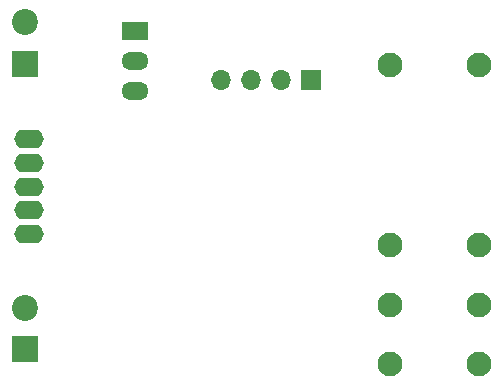
<source format=gbs>
%TF.GenerationSoftware,KiCad,Pcbnew,(5.1.10)-1*%
%TF.CreationDate,2022-04-04T21:04:04+02:00*%
%TF.ProjectId,Quickshifter3,51756963-6b73-4686-9966-746572332e6b,rev?*%
%TF.SameCoordinates,Original*%
%TF.FileFunction,Soldermask,Bot*%
%TF.FilePolarity,Negative*%
%FSLAX46Y46*%
G04 Gerber Fmt 4.6, Leading zero omitted, Abs format (unit mm)*
G04 Created by KiCad (PCBNEW (5.1.10)-1) date 2022-04-04 21:04:04*
%MOMM*%
%LPD*%
G01*
G04 APERTURE LIST*
%ADD10O,1.700000X1.700000*%
%ADD11R,1.700000X1.700000*%
%ADD12O,2.300000X1.500000*%
%ADD13R,2.300000X1.500000*%
%ADD14C,2.200000*%
%ADD15R,2.200000X2.200000*%
%ADD16C,2.100000*%
%ADD17O,2.500000X1.600000*%
G04 APERTURE END LIST*
D10*
X107185000Y-47275500D03*
X109725000Y-47275500D03*
X112265000Y-47275500D03*
D11*
X114805000Y-47275500D03*
D12*
X99946000Y-48228000D03*
X99946000Y-45688000D03*
D13*
X99946000Y-43148000D03*
D14*
X90598800Y-42391200D03*
D15*
X90598800Y-45891200D03*
D16*
X129032500Y-46002000D03*
X129032500Y-61262000D03*
X129032500Y-66302000D03*
X129032500Y-71342000D03*
X121532500Y-71342000D03*
X121532500Y-66302000D03*
X121532500Y-61262000D03*
X121532500Y-46002000D03*
D15*
X90598800Y-70072000D03*
D14*
X90598800Y-66572000D03*
D17*
X90954400Y-52293000D03*
X90954400Y-54293000D03*
X90954400Y-56293000D03*
X90954400Y-58293000D03*
X90954400Y-60293000D03*
M02*

</source>
